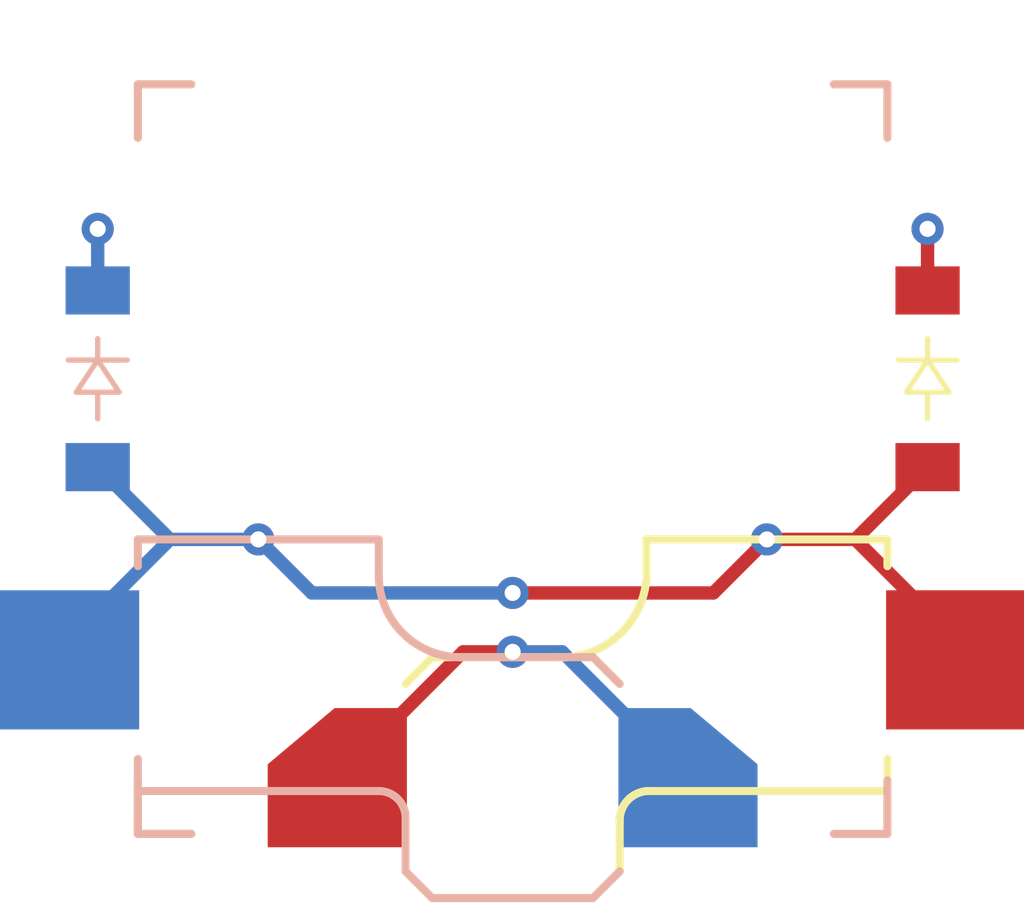
<source format=kicad_pcb>
(kicad_pcb (version 20221018) (generator pcbnew)
  (layers (0 "F.Cu" signal) (31 "B.Cu" signal) (34 "B.Paste" user) (35 "F.Paste" user) (36 "B.SilkS" user "B.Silkscreen") (37 "F.SilkS" user "F.Silkscreen") (38 "B.Mask" user) (39 "F.Mask" user) (44 "Edge.Cuts" user))
  (net 0 "")
  (footprint "ceoloide:diode_tht_sod123" (layer "F.Cu") (at 7.75 -1.5 -90)
    (fp_text reference "D2" hide)
    (fp_text value "" (at 0 0 90) (layer "F.SilkS") (effects (font (size 1.27 1.27))))
    (fp_line (start -0.75 0) (end -0.35 0) (stroke (width 0.1)) (layer "F.SilkS"))
    (fp_line (start -0.35 0) (end -0.35 -0.55) (stroke (width 0.1)) (layer "F.SilkS"))
    (fp_line (start -0.35 0) (end -0.35 0.55) (stroke (width 0.1)) (layer "F.SilkS"))
    (fp_line (start -0.35 0) (end 0.25 -0.4) (stroke (width 0.1)) (layer "F.SilkS"))
    (fp_line (start 0.25 -0.4) (end 0.25 0.4) (stroke (width 0.1)) (layer "F.SilkS"))
    (fp_line (start 0.25 0) (end 0.75 0) (stroke (width 0.1)) (layer "F.SilkS"))
    (fp_line (start 0.25 0.4) (end -0.35 0) (stroke (width 0.1)) (layer "F.SilkS"))
    (pad "2" smd rect (at 1.65 0 270) (size 0.9 1.2) (layers "F.Cu" "F.Paste" "F.Mask"))
    (pad "3" smd rect (at -1.65 0 270) (size 0.9 1.2) (layers "F.Cu" "F.Paste" "F.Mask"))
  )
  (footprint "VIA-0.6mm" (layer "F.Cu") (at 0.076 2.524)
    (fp_text reference "REF**" hide)
    (fp_text value "VIA-0.6mm" hide)
    (pad "2" thru_hole circle (at -0.076 -0.024) (size 0.6 0.6) (drill 0.3) (layers "*.Cu"))
  )
  (footprint "VIA-0.6mm" (layer "F.Cu") (at 4.826 1.524)
    (fp_text reference "REF**" hide)
    (fp_text value "VIA-0.6mm" hide)
    (pad "2" thru_hole circle (at -0.076 -0.024) (size 0.6 0.6) (drill 0.3) (layers "*.Cu"))
  )
  (footprint "VIA-0.6mm" (layer "F.Cu") (at 0.076 3.624)
    (fp_text reference "REF**" hide)
    (fp_text value "VIA-0.6mm" hide)
    (pad "1" thru_hole circle (at -0.076 -0.024) (size 0.6 0.6) (drill 0.3) (layers "*.Cu"))
  )
  (footprint "VIA-0.6mm" (layer "F.Cu") (at -4.674 1.524)
    (fp_text reference "REF**" hide)
    (fp_text value "VIA-0.6mm" hide)
    (pad "2" thru_hole circle (at -0.076 -0.024) (size 0.6 0.6) (drill 0.3) (layers "*.Cu"))
  )
  (footprint "PG1350" (layer "F.Cu") (at 0 0 180)
    (fp_text reference "S2" hide)
    (fp_text value "" (at 0 0 180) (layer "F.SilkS") (effects (font (size 1.27 1.27))))
    (fp_line (start -7 -6) (end -7 -7) (stroke (width 0.15)) (layer "B.SilkS"))
    (fp_line (start -7 7) (end -7 6) (stroke (width 0.15)) (layer "B.SilkS"))
    (fp_line (start -7 7) (end -6 7) (stroke (width 0.15)) (layer "B.SilkS"))
    (fp_line (start -6 -7) (end -7 -7) (stroke (width 0.15)) (layer "B.SilkS"))
    (fp_line (start -2 -7.7) (end -1.5 -8.2) (stroke (width 0.15)) (layer "B.SilkS"))
    (fp_line (start -2 -4.2) (end -1.5 -3.7) (stroke (width 0.15)) (layer "B.SilkS"))
    (fp_line (start -1.5 -8.2) (end 1.5 -8.2) (stroke (width 0.15)) (layer "B.SilkS"))
    (fp_line (start -1.5 -3.7) (end 1 -3.7) (stroke (width 0.15)) (layer "B.SilkS"))
    (fp_line (start 1.5 -8.2) (end 2 -7.7) (stroke (width 0.15)) (layer "B.SilkS"))
    (fp_line (start 2 -6.7) (end 2 -7.7) (stroke (width 0.15)) (layer "B.SilkS"))
    (fp_line (start 2.5 -2.2) (end 2.5 -1.5) (stroke (width 0.15)) (layer "B.SilkS"))
    (fp_line (start 2.5 -1.5) (end 7 -1.5) (stroke (width 0.15)) (layer "B.SilkS"))
    (fp_line (start 6 7) (end 7 7) (stroke (width 0.15)) (layer "B.SilkS"))
    (fp_line (start 7 -7) (end 6 -7) (stroke (width 0.15)) (layer "B.SilkS"))
    (fp_line (start 7 -7) (end 6 -7) (stroke (width 0.15)) (layer "B.SilkS"))
    (fp_line (start 7 -7) (end 7 -6) (stroke (width 0.15)) (layer "B.SilkS"))
    (fp_line (start 7 -7) (end 7 -6) (stroke (width 0.15)) (layer "B.SilkS"))
    (fp_line (start 7 -6.2) (end 2.5 -6.2) (stroke (width 0.15)) (layer "B.SilkS"))
    (fp_line (start 7 -5.6) (end 7 -6.2) (stroke (width 0.15)) (layer "B.SilkS"))
    (fp_line (start 7 -1.5) (end 7 -2) (stroke (width 0.15)) (layer "B.SilkS"))
    (fp_line (start 7 6) (end 7 7) (stroke (width 0.15)) (layer "B.SilkS"))
    (fp_arc (start 0.97 -3.7) (mid 2.051873 -3.251873) (end 2.5 -2.17) (stroke (width 0.15)) (layer "B.SilkS"))
    (fp_arc (start 2.500397 -6.199901) (mid 2.150071 -6.34272) (end 2 -6.690001) (stroke (width 0.15)) (layer "B.SilkS"))
    (fp_line (start -7 -6.2) (end -2.5 -6.2) (stroke (width 0.15)) (layer "F.SilkS"))
    (fp_line (start -7 -6) (end -7 -7) (stroke (width 0.15)) (layer "F.SilkS"))
    (fp_line (start -7 -5.6) (end -7 -6.2) (stroke (width 0.15)) (layer "F.SilkS"))
    (fp_line (start -7 -1.5) (end -7 -2) (stroke (width 0.15)) (layer "F.SilkS"))
    (fp_line (start -7 7) (end -7 6) (stroke (width 0.15)) (layer "F.SilkS"))
    (fp_line (start -7 7) (end -6 7) (stroke (width 0.15)) (layer "F.SilkS"))
    (fp_line (start -6 -7) (end -7 -7) (stroke (width 0.15)) (layer "F.SilkS"))
    (fp_line (start -2.5 -2.2) (end -2.5 -1.5) (stroke (width 0.15)) (layer "F.SilkS"))
    (fp_line (start -2.5 -1.5) (end -7 -1.5) (stroke (width 0.15)) (layer "F.SilkS"))
    (fp_line (start -2 -6.7) (end -2 -7.7) (stroke (width 0.15)) (layer "F.SilkS"))
    (fp_line (start -1.5 -8.2) (end -2 -7.7) (stroke (width 0.15)) (layer "F.SilkS"))
    (fp_line (start 1.5 -8.2) (end -1.5 -8.2) (stroke (width 0.15)) (layer "F.SilkS"))
    (fp_line (start 1.5 -3.7) (end -1 -3.7) (stroke (width 0.15)) (layer "F.SilkS"))
    (fp_line (start 2 -7.7) (end 1.5 -8.2) (stroke (width 0.15)) (layer "F.SilkS"))
    (fp_line (start 2 -4.2) (end 1.5 -3.7) (stroke (width 0.15)) (layer "F.SilkS"))
    (fp_line (start 6 7) (end 7 7) (stroke (width 0.15)) (layer "F.SilkS"))
    (fp_line (start 7 -7) (end 6 -7) (stroke (width 0.15)) (layer "F.SilkS"))
    (fp_line (start 7 -7) (end 7 -6) (stroke (width 0.15)) (layer "F.SilkS"))
    (fp_line (start 7 6) (end 7 7) (stroke (width 0.15)) (layer "F.SilkS"))
    (fp_arc (start -2.5 -2.22) (mid -1.956518 -3.312082) (end -0.8 -3.7) (stroke (width 0.15)) (layer "F.SilkS"))
    (fp_arc (start -2 -6.78) (mid -2.139878 -6.382304) (end -2.52 -6.2) (stroke (width 0.15)) (layer "F.SilkS"))
    (pad "" np_thru_hole circle (at -5.5 0) (size 1.7018 1.7018) (drill 1.7018) (layers "F&B.Cu" "*.Mask"))
    (pad "" np_thru_hole circle (at -5 -3.75 195) (size 3 3) (drill 3) (layers "F&B.Cu" "*.Mask"))
    (pad "" np_thru_hole circle (at 0 -5.95) (size 3 3) (drill 3) (layers "F&B.Cu" "*.Mask"))
    (pad "" np_thru_hole circle (at 0 0) (size 3.429 3.429) (drill 3.429) (layers "F&B.Cu" "*.Mask"))
    (pad "" np_thru_hole circle (at 5 -3.75 195) (size 3 3) (drill 3) (layers "F&B.Cu" "*.Mask"))
    (pad "" np_thru_hole circle (at 5.5 0) (size 1.7018 1.7018) (drill 1.7018) (layers "F&B.Cu" "*.Mask"))
    (pad "1" smd custom (at -3.275 -5.95 180) (size 1 1) (layers "B.Cu" "B.Paste" "B.Mask") (options (clearance outline) (anchor rect)) (primitives (gr_poly (pts (xy -1.3 -1.3) (xy -1.3 0.25) (xy -0.05 1.3) (xy 1.3 1.3) (xy 1.3 -1.3)) (width 0) (fill yes))))
    (pad "1" connect custom (at 3.275 -5.95 180) (size 0.5 0.5) (layers "F.Cu" "F.Mask") (options (clearance outline) (anchor rect)) (primitives (gr_poly (pts (xy -1.3 -1.3) (xy -1.3 1.3) (xy 0.05 1.3) (xy 1.3 0.25) (xy 1.3 -1.3)) (width 0) (fill yes))))
    (pad "2" smd rect (at -8.275 -3.75 180) (size 2.6 2.6) (layers "F.Cu" "F.Paste" "F.Mask"))
    (pad "2" smd rect (at 8.275 -3.75 180) (size 2.6 2.6) (layers "B.Cu" "B.Paste" "B.Mask"))
  )
  (footprint "VIA-0.6mm" (layer "F.Cu") (at 7.826 -4.276)
    (fp_text reference "REF**" hide)
    (fp_text value "VIA-0.6mm" hide)
    (pad "3" thru_hole circle (at -0.076 -0.024) (size 0.6 0.6) (drill 0.3) (layers "*.Cu"))
  )
  (footprint "VIA-0.6mm" (layer "F.Cu") (at -7.674 -4.276)
    (fp_text reference "REF**" hide)
    (fp_text value "VIA-0.6mm" hide)
    (pad "3" thru_hole circle (at -0.076 -0.024) (size 0.6 0.6) (drill 0.3) (layers "*.Cu"))
  )
  (footprint "ceoloide:diode_tht_sod123" (layer "B.Cu") (at -7.75 -1.5 -90)
    (fp_text reference "D16" hide)
    (fp_text value "" (at 0 0 90) (layer "F.SilkS") (effects (font (size 1.27 1.27))))
    (fp_line (start -0.75 0) (end -0.35 0) (stroke (width 0.1)) (layer "B.SilkS"))
    (fp_line (start -0.35 0) (end -0.35 -0.55) (stroke (width 0.1)) (layer "B.SilkS"))
    (fp_line (start -0.35 0) (end -0.35 0.55) (stroke (width 0.1)) (layer "B.SilkS"))
    (fp_line (start -0.35 0) (end 0.25 -0.4) (stroke (width 0.1)) (layer "B.SilkS"))
    (fp_line (start 0.25 -0.4) (end 0.25 0.4) (stroke (width 0.1)) (layer "B.SilkS"))
    (fp_line (start 0.25 0) (end 0.75 0) (stroke (width 0.1)) (layer "B.SilkS"))
    (fp_line (start 0.25 0.4) (end -0.35 0) (stroke (width 0.1)) (layer "B.SilkS"))
    (pad "2" smd rect (at 1.65 0 270) (size 0.9 1.2) (layers "B.Cu" "B.Paste" "B.Mask"))
    (pad "3" smd rect (at -1.65 0 270) (size 0.9 1.2) (layers "B.Cu" "B.Paste" "B.Mask"))
  )
  (segment (start 6.4 1.5) (end 7.75 0.15) (width 0.25) (layer "F.Cu") (net 0))
  (segment (start -0.925 3.6) (end 0 3.6) (width 0.25) (layer "F.Cu") (net 0))
  (segment (start -3.275 5.95) (end -0.925 3.6) (width 0.25) (layer "F.Cu") (net 0))
  (segment (start 3.75 2.5) (end 0 2.5) (width 0.25) (layer "F.Cu") (net 0))
  (segment (start 8.275 3.375) (end 8.275 3.75) (width 0.25) (layer "F.Cu") (net 0))
  (segment (start 6.4 1.5) (end 8.275 3.375) (width 0.25) (layer "F.Cu") (net 0))
  (segment (start 4.75 1.5) (end 6.4 1.5) (width 0.25) (layer "F.Cu") (net 0))
  (segment (start 7.75 -3.15) (end 7.75 -4.3) (width 0.25) (layer "F.Cu") (net 0))
  (segment (start 4.75 1.5) (end 3.75 2.5) (width 0.25) (layer "F.Cu") (net 0))
  (segment (start -4.75 1.5) (end -3.75 2.5) (width 0.25) (layer "B.Cu") (net 0))
  (segment (start -6.4 1.5) (end -7.75 0.15) (width 0.25) (layer "B.Cu") (net 0))
  (segment (start -7.75 -3.15) (end -7.75 -4.3) (width 0.25) (layer "B.Cu") (net 0))
  (segment (start -4.75 1.5) (end -6.4 1.5) (width 0.25) (layer "B.Cu") (net 0))
  (segment (start -8.275 3.375) (end -8.275 3.75) (width 0.25) (layer "B.Cu") (net 0))
  (segment (start -6.4 1.5) (end -8.275 3.375) (width 0.25) (layer "B.Cu") (net 0))
  (segment (start 3.275 5.95) (end 0.925 3.6) (width 0.25) (layer "B.Cu") (net 0))
  (segment (start 0.925 3.6) (end 0 3.6) (width 0.25) (layer "B.Cu") (net 0))
  (segment (start -3.75 2.5) (end 0 2.5) (width 0.25) (layer "B.Cu") (net 0))
)
</source>
